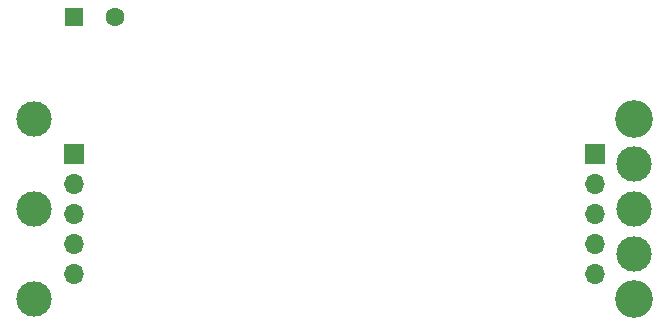
<source format=gbr>
%TF.GenerationSoftware,KiCad,Pcbnew,(5.1.12)-1*%
%TF.CreationDate,2022-03-31T08:39:47-05:00*%
%TF.ProjectId,Power_Board,506f7765-725f-4426-9f61-72642e6b6963,rev?*%
%TF.SameCoordinates,Original*%
%TF.FileFunction,Soldermask,Bot*%
%TF.FilePolarity,Negative*%
%FSLAX46Y46*%
G04 Gerber Fmt 4.6, Leading zero omitted, Abs format (unit mm)*
G04 Created by KiCad (PCBNEW (5.1.12)-1) date 2022-03-31 08:39:47*
%MOMM*%
%LPD*%
G01*
G04 APERTURE LIST*
%ADD10C,3.000000*%
%ADD11C,3.200000*%
%ADD12R,1.600000X1.600000*%
%ADD13C,1.600000*%
%ADD14R,1.700000X1.700000*%
%ADD15O,1.700000X1.700000*%
G04 APERTURE END LIST*
D10*
%TO.C,U5*%
X117729000Y-84328000D03*
X117729000Y-91948000D03*
X117729000Y-99568000D03*
D11*
X168529000Y-99568000D03*
D10*
X168529000Y-95758000D03*
X168529000Y-91948000D03*
X168529000Y-88138000D03*
D11*
X168529000Y-84328000D03*
%TD*%
D12*
%TO.C,C40*%
X121158000Y-75692000D03*
D13*
X124658000Y-75692000D03*
%TD*%
D14*
%TO.C,J5*%
X121158000Y-87249000D03*
D15*
X121158000Y-89789000D03*
X121158000Y-92329000D03*
X121158000Y-94869000D03*
X121158000Y-97409000D03*
%TD*%
%TO.C,J10*%
X165227000Y-97409000D03*
X165227000Y-94869000D03*
X165227000Y-92329000D03*
X165227000Y-89789000D03*
D14*
X165227000Y-87249000D03*
%TD*%
M02*

</source>
